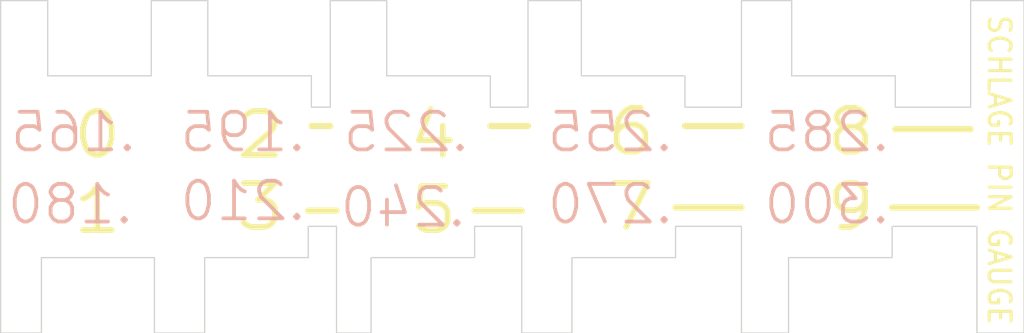
<source format=kicad_pcb>
(kicad_pcb
	(version 20240108)
	(generator "pcbnew")
	(generator_version "8.0")
	(general
		(thickness 1.6)
		(legacy_teardrops no)
	)
	(paper "A4")
	(layers
		(0 "F.Cu" signal)
		(31 "B.Cu" signal)
		(32 "B.Adhes" user "B.Adhesive")
		(33 "F.Adhes" user "F.Adhesive")
		(34 "B.Paste" user)
		(35 "F.Paste" user)
		(36 "B.SilkS" user "B.Silkscreen")
		(37 "F.SilkS" user "F.Silkscreen")
		(38 "B.Mask" user)
		(39 "F.Mask" user)
		(40 "Dwgs.User" user "User.Drawings")
		(41 "Cmts.User" user "User.Comments")
		(42 "Eco1.User" user "User.Eco1")
		(43 "Eco2.User" user "User.Eco2")
		(44 "Edge.Cuts" user)
		(45 "Margin" user)
		(46 "B.CrtYd" user "B.Courtyard")
		(47 "F.CrtYd" user "F.Courtyard")
		(48 "B.Fab" user)
		(49 "F.Fab" user)
		(50 "User.1" user)
		(51 "User.2" user)
		(52 "User.3" user)
		(53 "User.4" user)
		(54 "User.5" user)
		(55 "User.6" user)
		(56 "User.7" user)
		(57 "User.8" user)
		(58 "User.9" user)
	)
	(setup
		(pad_to_mask_clearance 0)
		(allow_soldermask_bridges_in_footprints no)
		(pcbplotparams
			(layerselection 0x00010fc_ffffffff)
			(plot_on_all_layers_selection 0x0000000_00000000)
			(disableapertmacros no)
			(usegerberextensions no)
			(usegerberattributes yes)
			(usegerberadvancedattributes yes)
			(creategerberjobfile yes)
			(dashed_line_dash_ratio 12.000000)
			(dashed_line_gap_ratio 3.000000)
			(svgprecision 4)
			(plotframeref no)
			(viasonmask no)
			(mode 1)
			(useauxorigin no)
			(hpglpennumber 1)
			(hpglpenspeed 20)
			(hpglpendiameter 15.000000)
			(pdf_front_fp_property_popups yes)
			(pdf_back_fp_property_popups yes)
			(dxfpolygonmode yes)
			(dxfimperialunits yes)
			(dxfusepcbnewfont yes)
			(psnegative no)
			(psa4output no)
			(plotreference yes)
			(plotvalue yes)
			(plotfptext yes)
			(plotinvisibletext no)
			(sketchpadsonfab no)
			(subtractmaskfromsilk no)
			(outputformat 1)
			(mirror no)
			(drillshape 1)
			(scaleselection 1)
			(outputdirectory "")
		)
	)
	(net 0 "")
	(gr_line
		(start 145.161 106.68)
		(end 145.923 106.68)
		(stroke
			(width 0.254)
			(type default)
		)
		(layer "F.SilkS")
		(uuid "0d29d918-48d3-44ec-828a-bea3acf6fa02")
	)
	(gr_line
		(start 145.034 110.109)
		(end 146.177 110.109)
		(stroke
			(width 0.254)
			(type default)
		)
		(layer "F.SilkS")
		(uuid "22bec821-4e37-4730-986f-8f4491544cf9")
	)
	(gr_line
		(start 159.893 109.982)
		(end 162.56 109.982)
		(stroke
			(width 0.254)
			(type default)
		)
		(layer "F.SilkS")
		(uuid "34d7c08d-9370-41ef-8ac8-2a361e9ab138")
	)
	(gr_line
		(start 168.656 109.982)
		(end 172.085 109.982)
		(stroke
			(width 0.254)
			(type default)
		)
		(layer "F.SilkS")
		(uuid "5d901c22-982e-4ade-ab63-0a4a44e03894")
	)
	(gr_line
		(start 160.274 106.68)
		(end 162.56 106.68)
		(stroke
			(width 0.254)
			(type default)
		)
		(layer "F.SilkS")
		(uuid "7df12935-4c9e-4ed4-8be7-047e0e206ec5")
	)
	(gr_line
		(start 168.783 106.807)
		(end 171.831 106.807)
		(stroke
			(width 0.254)
			(type default)
		)
		(layer "F.SilkS")
		(uuid "e5089170-fd77-4003-97ab-58d5898f2d9e")
	)
	(gr_line
		(start 152.4 106.68)
		(end 153.924 106.68)
		(stroke
			(width 0.254)
			(type default)
		)
		(layer "F.SilkS")
		(uuid "fa8381cc-dacb-49e7-8da4-215656e96396")
	)
	(gr_line
		(start 151.765 110.109)
		(end 153.67 110.109)
		(stroke
			(width 0.254)
			(type default)
		)
		(layer "F.SilkS")
		(uuid "fc86f2dd-baa0-4317-ae6c-be4b907981da")
	)
	(gr_line
		(start 145.034 112.014)
		(end 140.843 112.014)
		(stroke
			(width 0.05)
			(type default)
		)
		(layer "Edge.Cuts")
		(uuid "00715830-0deb-443e-accf-6076eeb2b3cd")
	)
	(gr_line
		(start 151.765 112.014)
		(end 147.574 112.014)
		(stroke
			(width 0.05)
			(type default)
		)
		(layer "Edge.Cuts")
		(uuid "0cdb5688-cfdd-4b3d-887a-98f99aeca25f")
	)
	(gr_line
		(start 162.56 105.918)
		(end 162.56 105.41)
		(stroke
			(width 0.05)
			(type default)
		)
		(layer "Edge.Cuts")
		(uuid "1347392a-4e7a-4385-89d2-04755f0e8513")
	)
	(gr_line
		(start 162.56 115.062)
		(end 162.56 110.744)
		(stroke
			(width 0.05)
			(type default)
		)
		(layer "Edge.Cuts")
		(uuid "1815344d-3cda-402b-96bb-008dcf85e3fa")
	)
	(gr_line
		(start 134.493 104.648)
		(end 138.684 104.648)
		(stroke
			(width 0.05)
			(type default)
		)
		(layer "Edge.Cuts")
		(uuid "1937f8f4-baee-455a-a450-59cef073e15a")
	)
	(gr_line
		(start 168.783 104.648)
		(end 168.783 105.918)
		(stroke
			(width 0.05)
			(type default)
		)
		(layer "Edge.Cuts")
		(uuid "363743b0-ae1a-4eb5-966d-9b735aa7c3b5")
	)
	(gr_line
		(start 145.161 104.648)
		(end 144.907 104.648)
		(stroke
			(width 0.05)
			(type default)
		)
		(layer "Edge.Cuts")
		(uuid "369c6022-b20d-499e-b860-a45c58bfd6ed")
	)
	(gr_line
		(start 173.99 111.76)
		(end 173.99 115.062)
		(stroke
			(width 0.05)
			(type default)
		)
		(layer "Edge.Cuts")
		(uuid "36ad7d11-e7ff-4b69-87a7-9a2d679e147a")
	)
	(gr_line
		(start 153.67 110.744)
		(end 151.765 110.744)
		(stroke
			(width 0.05)
			(type default)
		)
		(layer "Edge.Cuts")
		(uuid "3a79d2a7-f649-4414-a4fb-15b8fd3a9e2a")
	)
	(gr_line
		(start 159.893 112.014)
		(end 159.893 110.744)
		(stroke
			(width 0.05)
			(type default)
		)
		(layer "Edge.Cuts")
		(uuid "3ae457dd-f2dd-4583-95e9-45aa772e38a0")
	)
	(gr_line
		(start 173.99 115.062)
		(end 172.085 115.062)
		(stroke
			(width 0.05)
			(type default)
		)
		(layer "Edge.Cuts")
		(uuid "3c5b880d-36be-4c85-8326-3e6e11127d58")
	)
	(gr_line
		(start 162.56 101.6)
		(end 164.592 101.6)
		(stroke
			(width 0.05)
			(type default)
		)
		(layer "Edge.Cuts")
		(uuid "3c87cea2-b270-4c69-9b7e-5875030cb8cd")
	)
	(gr_line
		(start 171.831 105.918)
		(end 171.831 101.6)
		(stroke
			(width 0.05)
			(type default)
		)
		(layer "Edge.Cuts")
		(uuid "3db1b6f6-04a9-4b2d-ad0c-72467bbf9721")
	)
	(gr_line
		(start 164.592 101.6)
		(end 164.592 104.648)
		(stroke
			(width 0.05)
			(type default)
		)
		(layer "Edge.Cuts")
		(uuid "401e3944-ed1b-42b8-b37d-1c082bee36b2")
	)
	(gr_line
		(start 155.702 112.014)
		(end 155.702 115.062)
		(stroke
			(width 0.05)
			(type default)
		)
		(layer "Edge.Cuts")
		(uuid "464acb62-b6a3-4c16-9de2-30131da577c8")
	)
	(gr_line
		(start 140.843 112.014)
		(end 140.843 115.062)
		(stroke
			(width 0.05)
			(type default)
		)
		(layer "Edge.Cuts")
		(uuid "4738eeea-4f7a-46ee-a217-5cd388b97a26")
	)
	(gr_line
		(start 152.4 104.648)
		(end 152.273 104.648)
		(stroke
			(width 0.05)
			(type default)
		)
		(layer "Edge.Cuts")
		(uuid "4af4356d-657e-429b-bf9c-d6f28f2bf1de")
	)
	(gr_line
		(start 156.083 104.648)
		(end 160.274 104.648)
		(stroke
			(width 0.05)
			(type default)
		)
		(layer "Edge.Cuts")
		(uuid "4b5fe6f0-fe98-4b74-b9c1-b4037f8aa919")
	)
	(gr_line
		(start 138.684 101.6)
		(end 140.97 101.6)
		(stroke
			(width 0.05)
			(type default)
		)
		(layer "Edge.Cuts")
		(uuid "4d8a920c-9fbc-4797-98e3-939841c4cb37")
	)
	(gr_line
		(start 153.924 105.918)
		(end 153.924 101.6)
		(stroke
			(width 0.05)
			(type default)
		)
		(layer "Edge.Cuts")
		(uuid "51bd48aa-ac6e-40c5-9906-2bb2b788a641")
	)
	(gr_line
		(start 173.99 101.6)
		(end 173.99 111.76)
		(stroke
			(width 0.05)
			(type default)
		)
		(layer "Edge.Cuts")
		(uuid "524de712-2672-4588-a63b-fb5f6976f01f")
	)
	(gr_line
		(start 168.656 110.744)
		(end 172.085 110.744)
		(stroke
			(width 0.05)
			(type default)
		)
		(layer "Edge.Cuts")
		(uuid "56e67e67-2362-42f9-a0a5-5107643f9c67")
	)
	(gr_line
		(start 153.67 115.062)
		(end 153.67 110.744)
		(stroke
			(width 0.05)
			(type default)
		)
		(layer "Edge.Cuts")
		(uuid "593dbed4-2370-46da-baa3-7f8677e0bd55")
	)
	(gr_line
		(start 140.97 104.648)
		(end 144.907 104.648)
		(stroke
			(width 0.05)
			(type default)
		)
		(layer "Edge.Cuts")
		(uuid "5b47a17e-ed10-49e9-9ed1-0f2a8382fa07")
	)
	(gr_line
		(start 145.923 104.648)
		(end 145.923 105.918)
		(stroke
			(width 0.05)
			(type default)
		)
		(layer "Edge.Cuts")
		(uuid "5cf02d79-41ad-4597-9456-f221f7cfdd12")
	)
	(gr_line
		(start 153.67 115.062)
		(end 155.702 115.062)
		(stroke
			(width 0.05)
			(type default)
		)
		(layer "Edge.Cuts")
		(uuid "60453301-efb6-4851-8fec-eec2967bff09")
	)
	(gr_line
		(start 145.923 105.918)
		(end 145.161 105.918)
		(stroke
			(width 0.05)
			(type default)
		)
		(layer "Edge.Cuts")
		(uuid "69dbafb7-4929-4318-b23d-47952a060ab7")
	)
	(gr_line
		(start 159.893 112.014)
		(end 155.702 112.014)
		(stroke
			(width 0.05)
			(type default)
		)
		(layer "Edge.Cuts")
		(uuid "6a1e51ff-78cc-4597-93c0-88d62d20c15a")
	)
	(gr_line
		(start 134.493 101.6)
		(end 132.588 101.6)
		(stroke
			(width 0.05)
			(type default)
		)
		(layer "Edge.Cuts")
		(uuid "6c3da927-3191-4e0e-80c3-6a27a2f6693b")
	)
	(gr_line
		(start 172.085 110.744)
		(end 172.085 112.014)
		(stroke
			(width 0.05)
			(type default)
		)
		(layer "Edge.Cuts")
		(uuid "717d171d-f6a6-4ba3-ab3e-0fe1638a6104")
	)
	(gr_line
		(start 151.765 112.014)
		(end 151.765 110.744)
		(stroke
			(width 0.05)
			(type default)
		)
		(layer "Edge.Cuts")
		(uuid "71961c68-18cd-406d-a622-22f804883108")
	)
	(gr_line
		(start 164.592 104.648)
		(end 168.783 104.648)
		(stroke
			(width 0.05)
			(type default)
		)
		(layer "Edge.Cuts")
		(uuid "723b5d07-02ab-4e9b-8dd5-f0e9db58d7fe")
	)
	(gr_line
		(start 171.831 101.6)
		(end 173.99 101.6)
		(stroke
			(width 0.05)
			(type default)
		)
		(layer "Edge.Cuts")
		(uuid "72f53a06-f031-4e93-9064-426e48943b4c")
	)
	(gr_line
		(start 152.4 105.918)
		(end 153.924 105.918)
		(stroke
			(width 0.05)
			(type default)
		)
		(layer "Edge.Cuts")
		(uuid "784fd45e-8e14-4fcb-a2cd-cd03100fb989")
	)
	(gr_line
		(start 145.034 110.744)
		(end 146.177 110.744)
		(stroke
			(width 0.05)
			(type default)
		)
		(layer "Edge.Cuts")
		(uuid "79453130-a902-403d-beb9-01c4896c4946")
	)
	(gr_line
		(start 145.034 112.014)
		(end 145.034 110.744)
		(stroke
			(width 0.05)
			(type default)
		)
		(layer "Edge.Cuts")
		(uuid "8895630c-5aa0-4d5a-8258-1da3fdb0ede8")
	)
	(gr_line
		(start 134.239 112.014)
		(end 134.239 115.062)
		(stroke
			(width 0.05)
			(type default)
		)
		(layer "Edge.Cuts")
		(uuid "895e79ef-7a6d-4f68-b370-deff60101314")
	)
	(gr_line
		(start 160.274 104.648)
		(end 160.274 105.918)
		(stroke
			(width 0.05)
			(type default)
		)
		(layer "Edge.Cuts")
		(uuid "8e3c1227-490d-4766-8c8f-419d18bd367c")
	)
	(gr_line
		(start 145.161 105.918)
		(end 145.161 104.648)
		(stroke
			(width 0.05)
			(type default)
		)
		(layer "Edge.Cuts")
		(uuid "8f8ade11-4608-40b7-80f8-a74dc0f0d01b")
	)
	(gr_line
		(start 132.588 108.331)
		(end 132.588 115.062)
		(stroke
			(width 0.05)
			(type default)
		)
		(layer "Edge.Cuts")
		(uuid "91a6a451-7fb7-4941-b105-28884f2c6142")
	)
	(gr_line
		(start 153.924 101.6)
		(end 156.083 101.6)
		(stroke
			(width 0.05)
			(type default)
		)
		(layer "Edge.Cuts")
		(uuid "941305e2-7e9a-4b13-bbb4-b62383048968")
	)
	(gr_line
		(start 145.923 104.648)
		(end 145.923 101.6)
		(stroke
			(width 0.05)
			(type default)
		)
		(layer "Edge.Cuts")
		(uuid "96ff02a7-35b9-4cc3-acdc-94903dbdf456")
	)
	(gr_line
		(start 146.177 110.744)
		(end 146.177 111.252)
		(stroke
			(width 0.05)
			(type default)
		)
		(layer "Edge.Cuts")
		(uuid "a6770ee1-06cf-4eee-80ed-11d5e46e455c")
	)
	(gr_line
		(start 138.811 115.062)
		(end 140.843 115.062)
		(stroke
			(width 0.05)
			(type default)
		)
		(layer "Edge.Cuts")
		(uuid "aa9b1d59-e800-4ed3-964a-1cb70161f552")
	)
	(gr_line
		(start 162.56 105.41)
		(end 162.56 101.6)
		(stroke
			(width 0.05)
			(type default)
		)
		(layer "Edge.Cuts")
		(uuid "adcb89b6-bbd1-4fc9-8d0b-9079c75db433")
	)
	(gr_line
		(start 138.684 104.648)
		(end 138.684 101.6)
		(stroke
			(width 0.05)
			(type default)
		)
		(layer "Edge.Cuts")
		(uuid "b54b06b1-4055-4f3f-a331-e3bcb3a0d052")
	)
	(gr_line
		(start 146.177 115.062)
		(end 147.574 115.062)
		(stroke
			(width 0.05)
			(type default)
		)
		(layer "Edge.Cuts")
		(uuid "bb358bbb-565b-4a1a-b796-5061f0283005")
	)
	(gr_line
		(start 148.209 101.6)
		(end 148.209 104.648)
		(stroke
			(width 0.05)
			(type default)
		)
		(layer "Edge.Cuts")
		(uuid "bc091773-af15-4458-99ce-8d7a333aacae")
	)
	(gr_line
		(start 168.783 105.918)
		(end 171.831 105.918)
		(stroke
			(width 0.05)
			(type default)
		)
		(layer "Edge.Cuts")
		(uuid "bfb327f3-0030-4c97-aacc-41311b637723")
	)
	(gr_line
		(start 146.177 115.062)
		(end 146.177 111.252)
		(stroke
			(width 0.05)
			(type default)
		)
		(layer "Edge.Cuts")
		(uuid "c301be7e-a29d-46ac-9b88-3ebedbfbaf4f")
	)
	(gr_line
		(start 148.209 104.648)
		(end 152.273 104.648)
		(stroke
			(width 0.05)
			(type default)
		)
		(layer "Edge.Cuts")
		(uuid "c74d0f14-adab-4d5b-a961-6fb87cd236e6")
	)
	(gr_line
		(start 145.923 101.6)
		(end 148.209 101.6)
		(stroke
			(width 0.05)
			(type default)
		)
		(layer "Edge.Cuts")
		(uuid "cab723ff-adef-43b2-a20b-6e8b916673d1")
	)
	(gr_line
		(start 160.274 105.918)
		(end 162.56 105.918)
		(stroke
			(width 0.05)
			(type default)
		)
		(layer "Edge.Cuts")
		(uuid "cb9cc078-d1cf-4723-b51f-9136fa56a666")
	)
	(gr_line
		(start 152.4 105.918)
		(end 152.4 104.648)
		(stroke
			(width 0.05)
			(type default)
		)
		(layer "Edge.Cuts")
		(uuid "d36025c8-202d-4a85-bf27-2f531686cc26")
	)
	(gr_line
		(start 132.588 115.062)
		(end 134.239 115.062)
		(stroke
			(width 0.05)
			(type default)
		)
		(layer "Edge.Cuts")
		(uuid "d466d685-e365-410b-8852-e647a0a6b072")
	)
	(gr_line
		(start 140.97 101.6)
		(end 140.97 104.648)
		(stroke
			(width 0.05)
			(type default)
		)
		(layer "Edge.Cuts")
		(uuid "d4bb7ed6-1ab3-4d3c-b760-3ffd6c2dfb64")
	)
	(gr_line
		(start 156.083 101.6)
		(end 156.083 104.648)
		(stroke
			(width 0.05)
			(type default)
		)
		(layer "Edge.Cuts")
		(uuid "d6786d06-5967-4a23-9158-1b0539d8fe9c")
	)
	(gr_line
		(start 172.085 115.062)
		(end 172.085 112.014)
		(stroke
			(width 0.05)
			(type default)
		)
		(layer "Edge.Cuts")
		(uuid "d8fd74df-33f2-4326-a45f-c269b668b020")
	)
	(gr_line
		(start 159.893 110.744)
		(end 162.56 110.744)
		(stroke
			(width 0.05)
			(type default)
		)
		(layer "Edge.Cuts")
		(uuid "dd93dd3a-09db-48c9-83f1-35e8b427e045")
	)
	(gr_line
		(start 164.465 112.014)
		(end 164.465 115.062)
		(stroke
			(width 0.05)
			(type default)
		)
		(layer "Edge.Cuts")
		(uuid "e03d9df4-5027-474b-bce4-4ea4a67bfc6d")
	)
	(gr_line
		(start 132.588 101.6)
		(end 132.588 108.331)
		(stroke
			(width 0.05)
			(type default)
		)
		(layer "Edge.Cuts")
		(uuid "e0e13b3b-e013-42dc-bc41-91cb12e0c398")
	)
	(gr_line
		(start 168.656 112.014)
		(end 164.465 112.014)
		(stroke
			(width 0.05)
			(type default)
		)
		(layer "Edge.Cuts")
		(uuid "e1a36f5b-468d-4f59-b1e2-dfb354522bd4")
	)
	(gr_line
		(start 134.493 101.6)
		(end 134.493 104.648)
		(stroke
			(width 0.05)
			(type default)
		)
		(layer "Edge.Cuts")
		(uuid "e2c3f5ff-5f28-4cf8-a287-839ce8c27b26")
	)
	(gr_line
		(start 138.811 115.062)
		(end 138.811 112.014)
		(stroke
			(width 0.05)
			(type default)
		)
		(layer "Edge.Cuts")
		(uuid "e3f33e0a-79c1-4673-9f2f-f99c45b9f0c2")
	)
	(gr_line
		(start 168.656 112.014)
		(end 168.656 110.744)
		(stroke
			(width 0.05)
			(type default)
		)
		(layer "Edge.Cuts")
		(uuid "e484c1c1-b319-4687-83f0-3765700c4279")
	)
	(gr_line
		(start 147.574 112.014)
		(end 147.574 115.062)
		(stroke
			(width 0.05)
			(type default)
		)
		(layer "Edge.Cuts")
		(uuid "ed1269ef-0ab2-4f7e-ad21-c7d9f4e70e74")
	)
	(gr_line
		(start 138.811 112.014)
		(end 134.239 112.014)
		(stroke
			(width 0.05)
			(type default)
		)
		(layer "Edge.Cuts")
		(uuid "f12585a7-a8ba-4ba9-a8a6-23efb928bd9d")
	)
	(gr_line
		(start 164.465 115.062)
		(end 162.56 115.062)
		(stroke
			(width 0.05)
			(type default)
		)
		(layer "Edge.Cuts")
		(uuid "fdbf665a-f0b4-44ca-8eba-3c17c58ac9c1")
	)
	(gr_text ".195"
		(at 145.034 107.823 0)
		(layer "B.SilkS")
		(uuid "0603a7d4-0a2e-4177-9d29-8a657f8c294b")
		(effects
			(font
				(size 1.524 1.524)
				(thickness 0.1524)
			)
			(justify left bottom mirror)
		)
	)
	(gr_text ".255"
		(at 159.893 107.823 0)
		(layer "B.SilkS")
		(uuid "17bddafa-567c-40c8-9887-b78d6cead276")
		(effects
			(font
				(size 1.524 1.524)
				(thickness 0.1524)
			)
			(justify left bottom mirror)
		)
	)
	(gr_text ".210"
		(at 145.034 110.617 0)
		(layer "B.SilkS")
		(uuid "41dcbe8a-4a05-41d8-b8cc-a82da49574a9")
		(effects
			(font
				(size 1.524 1.524)
				(thickness 0.1524)
			)
			(justify left bottom mirror)
		)
	)
	(gr_text ".225"
		(at 151.638 107.823 0)
		(layer "B.SilkS")
		(uuid "5bfa7e72-727a-4c5f-b2ac-93367e312cd0")
		(effects
			(font
				(size 1.524 1.524)
				(thickness 0.1524)
			)
			(justify left bottom mirror)
		)
	)
	(gr_text ".270"
		(at 159.893 110.744 0)
		(layer "B.SilkS")
		(uuid "600de485-10cc-4098-a5b3-e70c26555843")
		(effects
			(font
				(size 1.524 1.524)
				(thickness 0.1524)
			)
			(justify left bottom mirror)
		)
	)
	(gr_text ".300"
		(at 168.656 110.744 0)
		(layer "B.SilkS")
		(uuid "6863128a-64fc-4746-b6e1-8290ead135a2")
		(effects
			(font
				(size 1.524 1.524)
				(thickness 0.1524)
			)
			(justify left bottom mirror)
		)
	)
	(gr_text ".240"
		(at 151.511 110.871 0)
		(layer "B.SilkS")
		(uuid "8b8a9da1-56a9-4399-9979-df67667e45fd")
		(effects
			(font
				(size 1.524 1.524)
				(thickness 0.1524)
			)
			(justify left bottom mirror)
		)
	)
	(gr_text ".165"
		(at 138.176 107.823 0)
		(layer "B.SilkS")
		(uuid "ac5361bc-53cb-4cd1-976e-cf7ea3561dfb")
		(effects
			(font
				(size 1.524 1.524)
				(thickness 0.1524)
			)
			(justify left bottom mirror)
		)
	)
	(gr_text ".180"
		(at 138.049 110.744 0)
		(layer "B.SilkS")
		(uuid "be69eba4-38b5-4dfe-ac52-fd47ce8701c4")
		(effects
			(font
				(size 1.524 1.524)
				(thickness 0.1524)
			)
			(justify left bottom mirror)
		)
	)
	(gr_text ".285"
		(at 168.656 107.823 0)
		(layer "B.SilkS")
		(uuid "e9cb14b9-ab0e-478b-8d0a-8d23fec3e5ae")
		(effects
			(font
				(size 1.524 1.524)
				(thickness 0.1524)
			)
			(justify left bottom mirror)
		)
	)
	(gr_text "5"
		(at 148.971 111.125 0)
		(layer "F.SilkS")
		(uuid "19097f07-d76f-4558-898d-6c86669a3714")
		(effects
			(font
				(size 1.778 2.032)
				(thickness 0.2286)
			)
			(justify left bottom)
		)
	)
	(gr_text "0"
		(at 135.382 108.077 0)
		(layer "F.SilkS")
		(uuid "27e1ab47-6d4a-4dd2-bd9b-205c3273d07e")
		(effects
			(font
				(size 1.778 2.032)
				(thickness 0.2286)
			)
			(justify left bottom)
		)
	)
	(gr_text "1"
		(at 135.382 111.125 0)
		(layer "F.SilkS")
		(uuid "2a93e4e5-a4f9-48eb-93af-b4707480d77b")
		(effects
			(font
				(size 1.778 2.032)
				(thickness 0.2286)
			)
			(justify left bottom)
		)
	)
	(gr_text "6"
		(at 156.972 107.95 0)
		(layer "F.SilkS")
		(uuid "33681c9e-7814-4546-a6cc-bb94ccdbc461")
		(effects
			(font
				(size 1.778 2.032)
				(thickness 0.2286)
			)
			(justify left bottom)
		)
	)
	(gr_text "8"
		(at 165.862 107.95 0)
		(layer "F.SilkS")
		(uuid "38478ec0-e4b4-4c39-a385-5370848a439f")
		(effects
			(font
				(size 1.778 2.032)
				(thickness 0.2286)
			)
			(justify left bottom)
		)
	)
	(gr_text "9"
		(at 165.862 110.998 0)
		(layer "F.SilkS")
		(uuid "616ecc69-6320-41d0-b833-f4fee3642667")
		(effects
			(font
				(size 1.778 2.032)
				(thickness 0.2286)
			)
			(justify left bottom)
		)
	)
	(gr_text "SCHLAGE PIN GAUGE"
		(at 172.466 102.108 270)
		(layer "F.SilkS")
		(uuid "a9dd00d9-51d3-49ed-b230-57871518067b")
		(effects
			(font
				(size 0.889 0.8128)
				(thickness 0.127)
				(bold yes)
			)
			(justify left bottom)
		)
	)
	(gr_text "2"
		(at 141.986 108.077 0)
		(layer "F.SilkS")
		(uuid "c112e310-79b9-48cd-b12c-9e8afaa36fb4")
		(effects
			(font
				(size 1.778 2.032)
				(thickness 0.2286)
			)
			(justify left bottom)
		)
	)
	(gr_text "3"
		(at 141.986 110.998 0)
		(layer "F.SilkS")
		(uuid "c2929b75-bff4-4c54-bbf2-44633fa078f8")
		(effects
			(font
				(size 1.778 2.032)
				(thickness 0.2286)
			)
			(justify left bottom)
		)
	)
	(gr_text "4"
		(at 148.971 108.077 0)
		(layer "F.SilkS")
		(uuid "e685df1e-42a8-4e90-b56b-981d99554766")
		(effects
			(font
				(size 1.778 2.032)
				(thickness 0.2286)
			)
			(justify left bottom)
		)
	)
	(gr_text "7"
		(at 156.972 110.998 0)
		(layer "F.SilkS")
		(uuid "f354bf31-68c8-4037-a2bd-32f9e4544f3d")
		(effects
			(font
				(size 1.778 2.032)
				(thickness 0.2286)
			)
			(justify left bottom)
		)
	)
	(group ""
		(uuid "3bf5e638-9d74-442d-8026-0fb7a1656127")
		(members "0d29d918-48d3-44ec-828a-bea3acf6fa02" "7df12935-4c9e-4ed4-8be7-047e0e206ec5"
			"e5089170-fd77-4003-97ab-58d5898f2d9e" "fa8381cc-dacb-49e7-8da4-215656e96396"
		)
	)
	(group ""
		(uuid "4236910d-017f-48d3-b1e5-409a7ff9ac69")
		(members "22bec821-4e37-4730-986f-8f4491544cf9" "34d7c08d-9370-41ef-8ac8-2a361e9ab138"
			"5d901c22-982e-4ade-ab63-0a4a44e03894" "fc86f2dd-baa0-4317-ae6c-be4b907981da"
		)
	)
)

</source>
